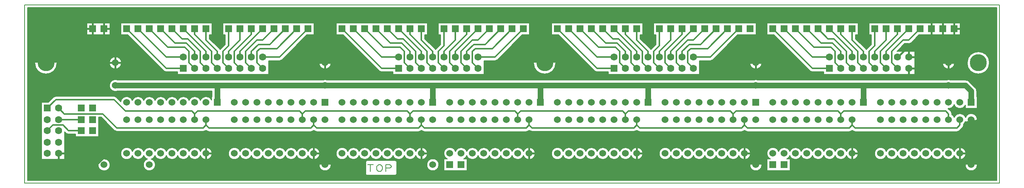
<source format=gbr>
%FSLAX23Y23*%
%MOIN*%
G04 EasyPC Gerber Version 18.0.1 Build 3581 *
%ADD15R,0.06000X0.06000*%
%ADD18R,0.06000X0.06000*%
%ADD13C,0.00500*%
%ADD10C,0.00800*%
%ADD71C,0.01378*%
%ADD14C,0.01500*%
%ADD70C,0.05000*%
%ADD16C,0.06000*%
%ADD17C,0.06299*%
%ADD19C,0.15000*%
X0Y0D02*
D02*
D10*
X3540Y743D02*
Y803D01*
X3515D02*
X3565D01*
X3595Y763D02*
Y783D01*
X3600Y793*
X3605Y798*
X3615Y803*
X3625*
X3635Y798*
X3640Y793*
X3645Y783*
Y763*
X3640Y753*
X3635Y748*
X3625Y743*
X3615*
X3605Y748*
X3600Y753*
X3595Y763*
X3675Y743D02*
Y803D01*
X3710*
X3720Y798*
X3725Y788*
X3720Y778*
X3710Y773*
X3675*
D02*
D13*
X9065Y2190D02*
X515D01*
Y665*
X9065*
Y2190*
X580Y1703D02*
G75*
G02X775I98D01*
G01*
G75*
G02X580I-98*
G01*
X638Y950D02*
Y955D01*
Y1050*
Y1055*
Y1150*
Y1155*
Y1250*
Y1255*
Y1355*
X700*
X744Y1399*
G75*
G02X765Y1408I21J-21*
G01*
X1278*
G75*
G02X1299Y1399J-30*
G01*
X1338Y1359*
G75*
G02X1440Y1369I52J-7*
G01*
G75*
G02X1540I50J-16*
G01*
G75*
G02X1640I50J-16*
G01*
G75*
G02X1740I50J-16*
G01*
G75*
G02X1840I50J-16*
G01*
G75*
G02X1940I50J-16*
G01*
G75*
G02X2040I50J-16*
G01*
G75*
G02X2138Y1375I50J-16*
G01*
Y1405*
X2143*
Y1455*
X1312*
G75*
G02X1238Y1503I-22J48*
G01*
G75*
G02X1312Y1550I53*
G01*
X2177*
G75*
G02X2203I13J-48*
G01*
X3118*
G75*
G02X3162I22J-48*
G01*
X4077*
G75*
G02X4103I13J-48*
G01*
X5027*
G75*
G02X5053I13J-48*
G01*
X5990*
G75*
G02X6015I13J-48*
G01*
X6918*
G75*
G02X6962I22J-48*
G01*
X7877*
G75*
G02X7903I13J-48*
G01*
X8618*
G75*
G02X8662I22J-48*
G01*
X8790*
G75*
G02X8824Y1536J-48*
G01*
X8874Y1486*
G75*
G02X8888Y1453I-34J-34*
G01*
Y1405*
X8893*
Y1300*
X8788*
Y1330*
G75*
G02X8690Y1336I-48J22*
G01*
G75*
G02X8635Y1300I-50J16*
G01*
G75*
G02X8636Y1299I-20J-23*
G01*
X8661Y1274*
G75*
G02X8670Y1252I-21J-21*
G01*
Y1246*
G75*
G02X8690Y1219I-30J-43*
G01*
G75*
G02X8790I50J-16*
G01*
G75*
G02X8893Y1202I50J-16*
G01*
G75*
G02X8790Y1186I-53*
G01*
G75*
G02X8772Y1161I-50J16*
G01*
Y1153*
G75*
G02X8762Y1130I-32*
G01*
X8737Y1105*
G75*
G02X8715Y1096I-22J22*
G01*
X7815*
G75*
G02X7793Y1105J32*
G01*
X7790Y1108*
X7787Y1105*
G75*
G02X7765Y1096I-22J22*
G01*
X6865*
G75*
G02X6843Y1105J32*
G01*
X6840Y1108*
X6837Y1105*
G75*
G02X6815Y1096I-22J22*
G01*
X5915*
G75*
G02X5893Y1105J32*
G01*
X5889Y1109*
X5886Y1106*
G75*
G02X5865Y1098I-21J21*
G01*
X4965*
G75*
G02X4944Y1106J30*
G01*
X4941Y1109*
X4937Y1105*
G75*
G02X4915Y1096I-22J22*
G01*
X4015*
G75*
G02X3993Y1105J32*
G01*
X3990Y1108*
X3987Y1105*
G75*
G02X3965Y1096I-22J22*
G01*
X3065*
G75*
G02X3043Y1105J32*
G01*
X3040Y1108*
X3037Y1105*
G75*
G02X3015Y1096I-22J22*
G01*
X2115*
G75*
G02X2093Y1105J32*
G01*
X2089Y1109*
X2086Y1106*
G75*
G02X2065Y1098I-21J21*
G01*
X1303*
G75*
G02X1281Y1106J30*
G01*
X1165Y1223*
X1143*
Y1155*
Y1150*
Y1050*
X1043*
X1038*
X938*
Y1073*
X877*
G75*
G02X856Y1081J30*
G01*
X843Y1095*
Y1055*
Y1050*
Y955*
Y950*
Y850*
X743*
X738*
X638*
Y950*
X1138Y1950D02*
X1038D01*
Y2055*
X1138*
X1143*
X1242*
Y1950*
X1143*
X1138*
X1190Y750D02*
G75*
G02Y855J53D01*
G01*
G75*
G02Y750J-53*
G01*
X1343Y1703D02*
G75*
G02X1238I-53D01*
G01*
G75*
G02X1343I53*
G01*
X1400Y1950D02*
X1338D01*
Y2055*
X1438*
X1443*
X1538*
X1543*
X1638*
X1643*
X1738*
X1743*
X1838*
X1843*
X1938*
X1942*
X2038*
X2043*
X2143*
Y1950*
X2120*
Y1915*
X2211Y1824*
G75*
G02X2215Y1819I-21J-21*
G01*
G75*
G02X2219Y1824I25J-17*
G01*
X2260Y1865*
Y1950*
X2238*
Y2055*
X2338*
X2342*
X2438*
X2442*
X2538*
X2543*
X2638*
X2643*
X2738*
X2743*
X2838*
X2843*
X2938*
X2943*
X3043*
Y1950*
X2980*
X2761Y1731*
G75*
G02X2740Y1722I-21J21*
G01*
X2643*
Y1705*
Y1700*
Y1600*
X2543*
X2538*
X2442*
X2438*
X2342*
X2338*
X2243*
X2238*
X2143*
X2138*
X2043*
X2038*
X1942*
X1938*
X1838*
Y1623*
X1740*
G75*
G02X1719Y1631J30*
G01*
X1400Y1950*
X1440Y886D02*
G75*
G02X1338Y903I-50J16D01*
G01*
G75*
G02X1440Y919I53*
G01*
G75*
G02X1540I50J-16*
G01*
G75*
G02X1640I50J-16*
G01*
G75*
G02X1740I50J-16*
G01*
G75*
G02X1840I50J-16*
G01*
G75*
G02X1940I50J-16*
G01*
G75*
G02X2040I50J-16*
G01*
G75*
G02X2143Y903I50J-16*
G01*
G75*
G02X2040Y886I-53*
G01*
G75*
G02X1940I-50J16*
G01*
G75*
G02X1840I-50J16*
G01*
G75*
G02X1740I-50J16*
G01*
G75*
G02X1640I-50J16*
G01*
G75*
G02X1606Y853I-50J16*
G01*
G75*
G02X1590Y750I-16J-50*
G01*
G75*
G02X1574Y853J53*
G01*
G75*
G02X1540Y886I16J50*
G01*
G75*
G02X1440I-50J16*
G01*
X2390D02*
G75*
G02X2288Y903I-50J16D01*
G01*
G75*
G02X2390Y919I53*
G01*
G75*
G02X2490I50J-16*
G01*
G75*
G02X2590I50J-16*
G01*
G75*
G02X2690I50J-16*
G01*
G75*
G02X2790I50J-16*
G01*
G75*
G02X2890I50J-16*
G01*
G75*
G02X2990I50J-16*
G01*
G75*
G02X3093Y903I50J-16*
G01*
G75*
G02X2990Y886I-53*
G01*
G75*
G02X2890I-50J16*
G01*
G75*
G02X2790I-50J16*
G01*
G75*
G02X2690I-50J16*
G01*
G75*
G02X2590I-50J16*
G01*
G75*
G02X2490I-50J16*
G01*
G75*
G02X2390I-50J16*
G01*
X3088Y803D02*
G75*
G02X3193I53D01*
G01*
G75*
G02X3088I-53*
G01*
X3193Y1703D02*
G75*
G02X3088I-53D01*
G01*
G75*
G02X3193I53*
G01*
X3300Y1950D02*
X3238D01*
Y2055*
X3338*
X3343*
X3438*
X3443*
X3538*
X3543*
X3638*
X3643*
X3738*
X3743*
X3838*
X3843*
X3938*
X3943*
X4043*
Y1950*
X4020*
Y1915*
X4111Y1824*
G75*
G02X4115Y1819I-21J-21*
G01*
G75*
G02X4119Y1824I25J-17*
G01*
X4160Y1865*
Y1950*
X4138*
Y2055*
X4238*
X4243*
X4338*
X4343*
X4438*
X4443*
X4538*
X4543*
X4638*
X4643*
X4738*
X4743*
X4838*
X4843*
X4943*
Y1950*
X4880*
X4661Y1731*
G75*
G02X4640Y1722I-21J21*
G01*
X4543*
Y1705*
Y1700*
Y1600*
X4443*
X4438*
X4343*
X4338*
X4243*
X4238*
X4143*
X4138*
X4043*
X4038*
X3943*
X3938*
X3843*
X3838*
X3738*
Y1623*
X3640*
G75*
G02X3619Y1631J30*
G01*
X3300Y1950*
X3340Y886D02*
G75*
G02X3238Y903I-50J16D01*
G01*
G75*
G02X3340Y919I53*
G01*
G75*
G02X3440I50J-16*
G01*
G75*
G02X3540I50J-16*
G01*
G75*
G02X3640I50J-16*
G01*
G75*
G02X3740I50J-16*
G01*
G75*
G02X3840I50J-16*
G01*
G75*
G02X3940I50J-16*
G01*
G75*
G02X4043Y903I50J-16*
G01*
G75*
G02X3940Y886I-53*
G01*
G75*
G02X3840I-50J16*
G01*
G75*
G02X3740I-50J16*
G01*
G75*
G02X3640I-50J16*
G01*
G75*
G02X3540I-50J16*
G01*
G75*
G02X3440I-50J16*
G01*
G75*
G02X3340I-50J16*
G01*
X3511Y711D02*
G75*
G02X3499Y724J13D01*
G01*
Y828*
G75*
G02X3511Y840I13*
G01*
X3759*
G75*
G02X3772Y828J-13*
G01*
Y724*
G75*
G02X3759Y711I-13*
G01*
X3511*
X4038Y803D02*
G75*
G02X4143I53D01*
G01*
G75*
G02X4038I-53*
G01*
X4218Y855D02*
G75*
G02X4188Y903I22J48D01*
G01*
G75*
G02X4290Y919I53*
G01*
G75*
G02X4390I50J-16*
G01*
G75*
G02X4490I50J-16*
G01*
G75*
G02X4590I50J-16*
G01*
G75*
G02X4690I50J-16*
G01*
G75*
G02X4790I50J-16*
G01*
G75*
G02X4890I50J-16*
G01*
G75*
G02X4993Y903I50J-16*
G01*
G75*
G02X4890Y886I-53*
G01*
G75*
G02X4790I-50J16*
G01*
G75*
G02X4690I-50J16*
G01*
G75*
G02X4590I-50J16*
G01*
G75*
G02X4490I-50J16*
G01*
G75*
G02X4390I-50J16*
G01*
G75*
G02X4362Y855I-50J16*
G01*
X4393*
Y750*
X4293*
X4288*
X4188*
Y855*
X4218*
X4980Y1703D02*
G75*
G02X5175I98D01*
G01*
G75*
G02X4980I-98*
G01*
X5200Y1950D02*
X5138D01*
Y2055*
X5238*
X5243*
X5338*
X5343*
X5438*
X5443*
X5538*
X5543*
X5638*
X5643*
X5738*
X5743*
X5838*
X5843*
X5943*
Y1950*
X5920*
Y1915*
X6011Y1824*
G75*
G02X6015Y1819I-21J-21*
G01*
G75*
G02X6019Y1824I25J-17*
G01*
X6060Y1865*
Y1950*
X6038*
Y2055*
X6138*
X6143*
X6238*
X6243*
X6338*
X6343*
X6438*
X6443*
X6538*
X6543*
X6638*
X6643*
X6738*
X6743*
X6838*
X6843*
X6943*
Y1950*
X6843*
X6838*
X6780*
X6561Y1731*
G75*
G02X6540Y1722I-21J21*
G01*
X6443*
Y1705*
Y1700*
Y1600*
X6343*
X6338*
X6243*
X6238*
X6143*
X6138*
X6043*
X6038*
X5943*
X5938*
X5843*
X5838*
X5743*
X5738*
X5638*
Y1623*
X5540*
G75*
G02X5519Y1631J30*
G01*
X5200Y1950*
X5240Y886D02*
G75*
G02X5138Y903I-50J16D01*
G01*
G75*
G02X5240Y919I53*
G01*
G75*
G02X5340I50J-16*
G01*
G75*
G02X5440I50J-16*
G01*
G75*
G02X5540I50J-16*
G01*
G75*
G02X5640I50J-16*
G01*
G75*
G02X5740I50J-16*
G01*
G75*
G02X5840I50J-16*
G01*
G75*
G02X5943Y903I50J-16*
G01*
G75*
G02X5840Y886I-53*
G01*
G75*
G02X5740I-50J16*
G01*
G75*
G02X5640I-50J16*
G01*
G75*
G02X5540I-50J16*
G01*
G75*
G02X5440I-50J16*
G01*
G75*
G02X5340I-50J16*
G01*
G75*
G02X5240I-50J16*
G01*
X6190D02*
G75*
G02X6088Y903I-50J16D01*
G01*
G75*
G02X6190Y919I53*
G01*
G75*
G02X6290I50J-16*
G01*
G75*
G02X6390I50J-16*
G01*
G75*
G02X6490I50J-16*
G01*
G75*
G02X6590I50J-16*
G01*
G75*
G02X6690I50J-16*
G01*
G75*
G02X6790I50J-16*
G01*
G75*
G02X6893Y903I50J-16*
G01*
G75*
G02X6790Y886I-53*
G01*
G75*
G02X6690I-50J16*
G01*
G75*
G02X6590I-50J16*
G01*
G75*
G02X6490I-50J16*
G01*
G75*
G02X6390I-50J16*
G01*
G75*
G02X6290I-50J16*
G01*
G75*
G02X6190I-50J16*
G01*
X6888Y803D02*
G75*
G02X6993I53D01*
G01*
G75*
G02X6888I-53*
G01*
X6993Y1703D02*
G75*
G02X6888I-53D01*
G01*
G75*
G02X6993I53*
G01*
X7068Y855D02*
G75*
G02X7038Y903I22J48D01*
G01*
G75*
G02X7140Y919I53*
G01*
G75*
G02X7240I50J-16*
G01*
G75*
G02X7340I50J-16*
G01*
G75*
G02X7440I50J-16*
G01*
G75*
G02X7540I50J-16*
G01*
G75*
G02X7640I50J-16*
G01*
G75*
G02X7740I50J-16*
G01*
G75*
G02X7843Y903I50J-16*
G01*
G75*
G02X7740Y886I-53*
G01*
G75*
G02X7640I-50J16*
G01*
G75*
G02X7540I-50J16*
G01*
G75*
G02X7440I-50J16*
G01*
G75*
G02X7340I-50J16*
G01*
G75*
G02X7240I-50J16*
G01*
G75*
G02X7212Y855I-50J16*
G01*
X7243*
Y750*
X7143*
X7138*
X7038*
Y855*
X7068*
X7100Y1950D02*
X7038D01*
Y2055*
X7138*
X7143*
X7238*
X7243*
X7338*
X7343*
X7438*
X7443*
X7538*
X7543*
X7638*
X7643*
X7738*
X7743*
X7843*
Y1950*
X7820*
Y1915*
X7911Y1824*
G75*
G02X7915Y1819I-21J-21*
G01*
G75*
G02X7919Y1824I25J-17*
G01*
X7960Y1865*
Y1950*
X7938*
Y2055*
X8038*
X8043*
X8138*
X8143*
X8238*
X8243*
X8338*
X8343*
X8438*
X8443*
X8538*
X8543*
X8638*
X8643*
X8743*
Y1950*
X8643*
X8638*
X8543*
X8538*
X8443*
X8438*
X8380*
X8311Y1881*
G75*
G02X8290Y1873I-21J21*
G01*
X8252*
X8185Y1805*
X8238*
X8243*
X8343*
Y1705*
Y1700*
Y1600*
X8243*
X8238*
X8143*
X8138*
X8043*
X8038*
X7943*
X7938*
X7843*
X7838*
X7743*
X7738*
X7643*
X7638*
X7538*
Y1623*
X7440*
G75*
G02X7419Y1631J30*
G01*
X7100Y1950*
X8090Y886D02*
G75*
G02X7988Y903I-50J16D01*
G01*
G75*
G02X8090Y919I53*
G01*
G75*
G02X8190I50J-16*
G01*
G75*
G02X8290I50J-16*
G01*
G75*
G02X8390I50J-16*
G01*
G75*
G02X8490I50J-16*
G01*
G75*
G02X8590I50J-16*
G01*
G75*
G02X8690I50J-16*
G01*
G75*
G02X8793Y903I50J-16*
G01*
G75*
G02X8690Y886I-53*
G01*
G75*
G02X8590I-50J16*
G01*
G75*
G02X8490I-50J16*
G01*
G75*
G02X8390I-50J16*
G01*
G75*
G02X8290I-50J16*
G01*
G75*
G02X8190I-50J16*
G01*
G75*
G02X8090I-50J16*
G01*
X8693Y1703D02*
G75*
G02X8588I-53D01*
G01*
G75*
G02X8693I53*
G01*
X8788Y803D02*
G75*
G02X8893I53D01*
G01*
G75*
G02X8788I-53*
G01*
X8805Y1703D02*
G75*
G02X9000I98D01*
G01*
G75*
G02X8805I-98*
G01*
X515D02*
G36*
Y1202D01*
X638*
Y1355*
X700*
X744Y1399*
G75*
G02X765Y1408I21J-21*
G01*
X1278*
G75*
G02X1299Y1399J-30*
G01*
X1338Y1359*
G75*
G02X1440Y1369I52J-7*
G01*
G75*
G02X1540I50J-16*
G01*
G75*
G02X1640I50J-16*
G01*
G75*
G02X1740I50J-16*
G01*
G75*
G02X1840I50J-16*
G01*
G75*
G02X1940I50J-16*
G01*
G75*
G02X2040I50J-16*
G01*
G75*
G02X2138Y1375I50J-16*
G01*
Y1405*
X2143*
Y1455*
X1312*
G75*
G02X1238Y1503I-22J48*
G01*
G75*
G02X1312Y1550I53*
G01*
X2177*
G75*
G02X2203I13J-48*
G01*
X3118*
G75*
G02X3162I22J-48*
G01*
X4077*
G75*
G02X4103I13J-48*
G01*
X5027*
G75*
G02X5053I13J-48*
G01*
X5990*
G75*
G02X6015I13J-48*
G01*
X6918*
G75*
G02X6962I22J-48*
G01*
X7877*
G75*
G02X7903I13J-48*
G01*
X8618*
G75*
G02X8662I22J-48*
G01*
X8790*
G75*
G02X8824Y1536J-48*
G01*
X8874Y1486*
G75*
G02X8888Y1453I-34J-34*
G01*
Y1405*
X8893*
Y1300*
X8788*
Y1330*
G75*
G02X8690Y1336I-48J22*
G01*
G75*
G02X8635Y1300I-50J16*
G01*
G75*
G02X8636Y1299I-20J-23*
G01*
X8661Y1274*
G75*
G02X8670Y1252I-21J-21*
G01*
Y1246*
G75*
G02X8690Y1219I-30J-43*
G01*
G75*
G02X8790I50J-16*
G01*
G75*
G02X8893Y1202I50J-16*
G01*
X9065*
Y1703*
X9000*
G75*
G02X8805I-98*
G01*
X8693*
G75*
G02X8588I-53*
G01*
X8343*
Y1600*
X7538*
Y1623*
X7440*
G75*
G02X7419Y1631J30*
G01*
X7348Y1703*
X6993*
G75*
G02X6888I-53*
G01*
X6443*
Y1600*
X5638*
Y1623*
X5540*
G75*
G02X5519Y1631J30*
G01*
X5448Y1703*
X5175*
G75*
G02X4980I-98*
G01*
X4543*
Y1600*
X3738*
Y1623*
X3640*
G75*
G02X3619Y1631J30*
G01*
X3548Y1703*
X3193*
G75*
G02X3088I-53*
G01*
X2643*
Y1600*
X1838*
Y1623*
X1740*
G75*
G02X1719Y1631J30*
G01*
X1648Y1703*
X1343*
G75*
G02X1238I-53*
G01*
X775*
G75*
G02X580I-98*
G01*
X515*
G37*
X580D02*
G36*
G75*
G02X775I98D01*
G01*
X1238*
G75*
G02X1343I53*
G01*
X1648*
X1400Y1950*
X1338*
Y2003*
X1242*
Y1950*
X1038*
Y2003*
X515*
Y1703*
X580*
G37*
X3088D02*
G36*
G75*
G02X3193I53D01*
G01*
X3548*
X3300Y1950*
X3238*
Y2003*
X3043*
Y1950*
X2980*
X2761Y1731*
G75*
G02X2740Y1722I-21J21*
G01*
X2643*
Y1703*
X3088*
G37*
X4980D02*
G36*
G75*
G02X5175I98D01*
G01*
X5448*
X5200Y1950*
X5138*
Y2003*
X4943*
Y1950*
X4880*
X4661Y1731*
G75*
G02X4640Y1722I-21J21*
G01*
X4543*
Y1703*
X4980*
G37*
X6888D02*
G36*
G75*
G02X6993I53D01*
G01*
X7348*
X7100Y1950*
X7038*
Y2003*
X6943*
Y1950*
X6780*
X6561Y1731*
G75*
G02X6540Y1722I-21J21*
G01*
X6443*
Y1703*
X6888*
G37*
X8588D02*
G36*
G75*
G02X8693I53D01*
G01*
X8805*
G75*
G02X9000I98*
G01*
X9065*
Y2003*
X8743*
Y1950*
X8380*
X8311Y1881*
G75*
G02X8290Y1873I-21J21*
G01*
X8252*
X8185Y1805*
X8343*
Y1703*
X8588*
G37*
X515Y1202D02*
G36*
Y903D01*
X638*
Y1202*
X515*
G37*
X8893D02*
G36*
G75*
G02X8790Y1186I-53D01*
G01*
G75*
G02X8772Y1161I-50J16*
G01*
Y1153*
G75*
G02X8762Y1130I-32*
G01*
X8737Y1105*
G75*
G02X8715Y1096I-22J22*
G01*
X7815*
G75*
G02X7793Y1105J32*
G01*
X7790Y1108*
X7787Y1105*
G75*
G02X7765Y1096I-22J22*
G01*
X6865*
G75*
G02X6843Y1105J32*
G01*
X6840Y1108*
X6837Y1105*
G75*
G02X6815Y1096I-22J22*
G01*
X5915*
G75*
G02X5893Y1105J32*
G01*
X5889Y1109*
X5886Y1106*
G75*
G02X5865Y1098I-21J21*
G01*
X4965*
G75*
G02X4944Y1106J30*
G01*
X4941Y1109*
X4937Y1105*
G75*
G02X4915Y1096I-22J22*
G01*
X4015*
G75*
G02X3993Y1105J32*
G01*
X3990Y1108*
X3987Y1105*
G75*
G02X3965Y1096I-22J22*
G01*
X3065*
G75*
G02X3043Y1105J32*
G01*
X3040Y1108*
X3037Y1105*
G75*
G02X3015Y1096I-22J22*
G01*
X2115*
G75*
G02X2093Y1105J32*
G01*
X2089Y1109*
X2086Y1106*
G75*
G02X2065Y1098I-21J21*
G01*
X1303*
G75*
G02X1281Y1106J30*
G01*
X1165Y1223*
X1143*
Y1050*
X938*
Y1073*
X877*
G75*
G02X856Y1081J30*
G01*
X843Y1095*
Y903*
X1338*
G75*
G02X1440Y919I53*
G01*
G75*
G02X1540I50J-16*
G01*
G75*
G02X1640I50J-16*
G01*
G75*
G02X1740I50J-16*
G01*
G75*
G02X1840I50J-16*
G01*
G75*
G02X1940I50J-16*
G01*
G75*
G02X2040I50J-16*
G01*
G75*
G02X2143Y903I50J-16*
G01*
X2288*
G75*
G02X2390Y919I53*
G01*
G75*
G02X2490I50J-16*
G01*
G75*
G02X2590I50J-16*
G01*
G75*
G02X2690I50J-16*
G01*
G75*
G02X2790I50J-16*
G01*
G75*
G02X2890I50J-16*
G01*
G75*
G02X2990I50J-16*
G01*
G75*
G02X3093Y903I50J-16*
G01*
X3238*
G75*
G02X3340Y919I53*
G01*
G75*
G02X3440I50J-16*
G01*
G75*
G02X3540I50J-16*
G01*
G75*
G02X3640I50J-16*
G01*
G75*
G02X3740I50J-16*
G01*
G75*
G02X3840I50J-16*
G01*
G75*
G02X3940I50J-16*
G01*
G75*
G02X4043Y903I50J-16*
G01*
X4188*
G75*
G02X4290Y919I53*
G01*
G75*
G02X4390I50J-16*
G01*
G75*
G02X4490I50J-16*
G01*
G75*
G02X4590I50J-16*
G01*
G75*
G02X4690I50J-16*
G01*
G75*
G02X4790I50J-16*
G01*
G75*
G02X4890I50J-16*
G01*
G75*
G02X4993Y903I50J-16*
G01*
X5138*
G75*
G02X5240Y919I53*
G01*
G75*
G02X5340I50J-16*
G01*
G75*
G02X5440I50J-16*
G01*
G75*
G02X5540I50J-16*
G01*
G75*
G02X5640I50J-16*
G01*
G75*
G02X5740I50J-16*
G01*
G75*
G02X5840I50J-16*
G01*
G75*
G02X5943Y903I50J-16*
G01*
X6088*
G75*
G02X6190Y919I53*
G01*
G75*
G02X6290I50J-16*
G01*
G75*
G02X6390I50J-16*
G01*
G75*
G02X6490I50J-16*
G01*
G75*
G02X6590I50J-16*
G01*
G75*
G02X6690I50J-16*
G01*
G75*
G02X6790I50J-16*
G01*
G75*
G02X6893Y903I50J-16*
G01*
X7038*
G75*
G02X7140Y919I53*
G01*
G75*
G02X7240I50J-16*
G01*
G75*
G02X7340I50J-16*
G01*
G75*
G02X7440I50J-16*
G01*
G75*
G02X7540I50J-16*
G01*
G75*
G02X7640I50J-16*
G01*
G75*
G02X7740I50J-16*
G01*
G75*
G02X7843Y903I50J-16*
G01*
X7988*
G75*
G02X8090Y919I53*
G01*
G75*
G02X8190I50J-16*
G01*
G75*
G02X8290I50J-16*
G01*
G75*
G02X8390I50J-16*
G01*
G75*
G02X8490I50J-16*
G01*
G75*
G02X8590I50J-16*
G01*
G75*
G02X8690I50J-16*
G01*
G75*
G02X8793Y903I50J-16*
G01*
X9065*
Y1202*
X8893*
G37*
X1038Y2003D02*
G36*
Y2055D01*
X1242*
Y2003*
X1338*
Y2055*
X2143*
Y1950*
X2120*
Y1915*
X2211Y1824*
G75*
G02X2215Y1819I-21J-21*
G01*
G75*
G02X2219Y1824I25J-17*
G01*
X2260Y1865*
Y1950*
X2238*
Y2055*
X3043*
Y2003*
X3238*
Y2055*
X4043*
Y1950*
X4020*
Y1915*
X4111Y1824*
G75*
G02X4115Y1819I-21J-21*
G01*
G75*
G02X4119Y1824I25J-17*
G01*
X4160Y1865*
Y1950*
X4138*
Y2055*
X4943*
Y2003*
X5138*
Y2055*
X5943*
Y1950*
X5920*
Y1915*
X6011Y1824*
G75*
G02X6015Y1819I-21J-21*
G01*
G75*
G02X6019Y1824I25J-17*
G01*
X6060Y1865*
Y1950*
X6038*
Y2055*
X6943*
Y2003*
X7038*
Y2055*
X7843*
Y1950*
X7820*
Y1915*
X7911Y1824*
G75*
G02X7915Y1819I-21J-21*
G01*
G75*
G02X7919Y1824I25J-17*
G01*
X7960Y1865*
Y1950*
X7938*
Y2055*
X8743*
Y2003*
X9065*
Y2190*
X515*
Y2003*
X1038*
G37*
X515Y803D02*
G36*
Y665D01*
X9065*
Y803*
X8893*
G75*
G02X8788I-53*
G01*
X7243*
Y750*
X7038*
Y803*
X6993*
G75*
G02X6888I-53*
G01*
X4393*
Y750*
X4188*
Y803*
X4143*
G75*
G02X4038I-53*
G01*
X3772*
Y724*
G75*
G02X3759Y711I-13*
G01*
X3511*
G75*
G02X3499Y724J13*
G01*
Y803*
X3193*
G75*
G02X3088I-53*
G01*
X1643*
G75*
G02X1590Y750I-53*
G01*
G75*
G02X1538Y803J53*
G01*
X1242*
G75*
G02X1190Y750I-53*
G01*
G75*
G02X1138Y803J53*
G01*
X515*
G37*
X1138D02*
G36*
G75*
G02X1190Y855I53D01*
G01*
G75*
G02X1242Y803J-53*
G01*
X1538*
G75*
G02X1574Y853I53*
G01*
G75*
G02X1540Y886I16J50*
G01*
G75*
G02X1440I-50J16*
G01*
G75*
G02X1338Y903I-50J16*
G01*
X843*
Y850*
X638*
Y903*
X515*
Y803*
X1138*
G37*
X3088D02*
G36*
G75*
G02X3193I53D01*
G01*
X3499*
Y828*
G75*
G02X3511Y840I13*
G01*
X3759*
G75*
G02X3772Y828J-13*
G01*
Y803*
X4038*
G75*
G02X4143I53*
G01*
X4188*
Y855*
X4218*
G75*
G02X4188Y903I22J48*
G01*
X4043*
G75*
G02X3940Y886I-53*
G01*
G75*
G02X3840I-50J16*
G01*
G75*
G02X3740I-50J16*
G01*
G75*
G02X3640I-50J16*
G01*
G75*
G02X3540I-50J16*
G01*
G75*
G02X3440I-50J16*
G01*
G75*
G02X3340I-50J16*
G01*
G75*
G02X3238Y903I-50J16*
G01*
X3093*
G75*
G02X2990Y886I-53*
G01*
G75*
G02X2890I-50J16*
G01*
G75*
G02X2790I-50J16*
G01*
G75*
G02X2690I-50J16*
G01*
G75*
G02X2590I-50J16*
G01*
G75*
G02X2490I-50J16*
G01*
G75*
G02X2390I-50J16*
G01*
G75*
G02X2288Y903I-50J16*
G01*
X2143*
G75*
G02X2040Y886I-53*
G01*
G75*
G02X1940I-50J16*
G01*
G75*
G02X1840I-50J16*
G01*
G75*
G02X1740I-50J16*
G01*
G75*
G02X1640I-50J16*
G01*
G75*
G02X1606Y853I-50J16*
G01*
G75*
G02X1643Y803I-16J-50*
G01*
X3088*
G37*
X6888D02*
G36*
G75*
G02X6993I53D01*
G01*
X7038*
Y855*
X7068*
G75*
G02X7038Y903I22J48*
G01*
X6893*
G75*
G02X6790Y886I-53*
G01*
G75*
G02X6690I-50J16*
G01*
G75*
G02X6590I-50J16*
G01*
G75*
G02X6490I-50J16*
G01*
G75*
G02X6390I-50J16*
G01*
G75*
G02X6290I-50J16*
G01*
G75*
G02X6190I-50J16*
G01*
G75*
G02X6088Y903I-50J16*
G01*
X5943*
G75*
G02X5840Y886I-53*
G01*
G75*
G02X5740I-50J16*
G01*
G75*
G02X5640I-50J16*
G01*
G75*
G02X5540I-50J16*
G01*
G75*
G02X5440I-50J16*
G01*
G75*
G02X5340I-50J16*
G01*
G75*
G02X5240I-50J16*
G01*
G75*
G02X5138Y903I-50J16*
G01*
X4993*
G75*
G02X4890Y886I-53*
G01*
G75*
G02X4790I-50J16*
G01*
G75*
G02X4690I-50J16*
G01*
G75*
G02X4590I-50J16*
G01*
G75*
G02X4490I-50J16*
G01*
G75*
G02X4390I-50J16*
G01*
G75*
G02X4362Y855I-50J16*
G01*
X4393*
Y803*
X6888*
G37*
X8788D02*
G36*
G75*
G02X8893I53D01*
G01*
X9065*
Y903*
X8793*
G75*
G02X8690Y886I-53*
G01*
G75*
G02X8590I-50J16*
G01*
G75*
G02X8490I-50J16*
G01*
G75*
G02X8390I-50J16*
G01*
G75*
G02X8290I-50J16*
G01*
G75*
G02X8190I-50J16*
G01*
G75*
G02X8090I-50J16*
G01*
G75*
G02X7988Y903I-50J16*
G01*
X7843*
G75*
G02X7740Y886I-53*
G01*
G75*
G02X7640I-50J16*
G01*
G75*
G02X7540I-50J16*
G01*
G75*
G02X7440I-50J16*
G01*
G75*
G02X7340I-50J16*
G01*
G75*
G02X7240I-50J16*
G01*
G75*
G02X7212Y855I-50J16*
G01*
X7243*
Y803*
X8788*
G37*
X9090Y2215D02*
X490D01*
Y640*
X9090*
Y2215*
D02*
D14*
X790Y880D02*
Y845D01*
X813Y903D02*
X848D01*
X1067Y2003D02*
X1033D01*
X1090Y1980D02*
Y1945D01*
Y2025D02*
Y2060D01*
X1190Y1980D02*
Y1945D01*
Y2025D02*
Y2060D01*
X1213Y2003D02*
X1248D01*
X1268Y1703D02*
X1233D01*
X1290Y1680D02*
Y1645D01*
Y1725D02*
Y1760D01*
X1313Y1703D02*
X1348D01*
X2090Y880D02*
Y845D01*
Y925D02*
Y960D01*
X2113Y903D02*
X2148D01*
X3040Y880D02*
Y845D01*
Y925D02*
Y960D01*
X3063Y903D02*
X3098D01*
X3118Y1703D02*
X3083D01*
X3140Y1680D02*
Y1645D01*
Y1725D02*
Y1760D01*
X3163Y1703D02*
X3198D01*
X3990Y880D02*
Y845D01*
Y925D02*
Y960D01*
X4013Y903D02*
X4048D01*
X4940Y880D02*
Y845D01*
Y925D02*
Y960D01*
X4963Y903D02*
X4997D01*
X5890Y880D02*
Y845D01*
Y925D02*
Y960D01*
X5913Y903D02*
X5948D01*
X6840Y880D02*
Y845D01*
Y925D02*
Y960D01*
X6863Y903D02*
X6898D01*
X6918Y1703D02*
X6883D01*
X6940Y1680D02*
Y1645D01*
Y1725D02*
Y1760D01*
X6963Y1703D02*
X6998D01*
X7790Y880D02*
Y845D01*
Y925D02*
Y960D01*
X7813Y903D02*
X7848D01*
X8215Y1777D02*
X8248Y1810D01*
X8290Y1630D02*
Y1595D01*
Y1775D02*
Y1810D01*
X8313Y1653D02*
X8348D01*
X8313Y1753D02*
X8348D01*
X8490Y1980D02*
Y1945D01*
Y2025D02*
Y2060D01*
X8590Y1980D02*
Y1945D01*
Y2025D02*
Y2060D01*
X8618Y1703D02*
X8582D01*
X8640Y1680D02*
Y1645D01*
Y1725D02*
Y1760D01*
X8663Y1703D02*
X8698D01*
X8690Y1980D02*
Y1945D01*
Y2025D02*
Y2060D01*
X8713Y2003D02*
X8748D01*
X8740Y880D02*
Y845D01*
Y925D02*
Y960D01*
X8763Y903D02*
X8798D01*
D02*
D15*
X690Y1303D03*
X990Y1103D03*
Y1202D03*
Y1303D03*
X1090Y1103D03*
Y1202D03*
Y1303D03*
Y2003D03*
X1190D03*
X1390D03*
X1490D03*
X1590D03*
X1690D03*
X1790D03*
X1890Y1653D03*
Y2003D03*
X1990D03*
X2090D03*
X2290D03*
X2390D03*
X2490D03*
X2590D03*
X2690D03*
X2790D03*
X2890D03*
X2990D03*
X3290D03*
X3390D03*
X3490D03*
X3590D03*
X3690D03*
X3790Y1653D03*
Y2003D03*
X3890D03*
X3990D03*
X4190D03*
X4240Y803D03*
X4290Y2003D03*
X4340Y803D03*
X4390Y2003D03*
X4490D03*
X4590D03*
X4690D03*
X4790D03*
X4890D03*
X5190D03*
X5290D03*
X5390D03*
X5490D03*
X5590D03*
X5690Y1653D03*
Y2003D03*
X5790D03*
X5890D03*
X6090D03*
X6190D03*
X6290D03*
X6390D03*
X6490D03*
X6590D03*
X6690D03*
X6790D03*
X6890D03*
X7090Y803D03*
Y2003D03*
X7190Y803D03*
Y2003D03*
X7290D03*
X7390D03*
X7490D03*
X7590Y1653D03*
Y2003D03*
X7690D03*
X7790D03*
X7990D03*
X8090D03*
X8190D03*
X8290D03*
X8390D03*
X8490D03*
X8590D03*
X8690D03*
D02*
D16*
X1190Y803D03*
X1290Y1503D03*
Y1703D03*
X1390Y903D03*
Y1202D03*
Y1353D03*
X1490Y903D03*
Y1202D03*
Y1353D03*
X1590Y803D03*
Y903D03*
Y1202D03*
Y1353D03*
X1690Y903D03*
Y1202D03*
Y1353D03*
X1790Y903D03*
Y1202D03*
Y1353D03*
X1890Y903D03*
Y1202D03*
Y1353D03*
X1990Y903D03*
Y1202D03*
Y1353D03*
X2090Y903D03*
Y1202D03*
Y1353D03*
X2340Y903D03*
Y1202D03*
Y1353D03*
X2440Y903D03*
Y1202D03*
Y1353D03*
X2540Y903D03*
Y1202D03*
Y1353D03*
X2640Y903D03*
Y1202D03*
Y1353D03*
X2740Y903D03*
Y1202D03*
Y1353D03*
X2840Y903D03*
Y1202D03*
Y1353D03*
X2940Y903D03*
Y1202D03*
Y1353D03*
X3040Y903D03*
Y1202D03*
Y1353D03*
X3140Y803D03*
Y1202D03*
Y1503D03*
Y1703D03*
X3290Y903D03*
Y1202D03*
Y1353D03*
X3390Y903D03*
Y1202D03*
Y1353D03*
X3490Y903D03*
Y1202D03*
Y1353D03*
X3590Y903D03*
Y1202D03*
Y1353D03*
X3690Y903D03*
Y1202D03*
Y1353D03*
X3790Y903D03*
Y1202D03*
Y1353D03*
X3890Y903D03*
Y1202D03*
Y1353D03*
X3990Y903D03*
Y1202D03*
Y1353D03*
X4090Y803D03*
Y1202D03*
X4240Y903D03*
Y1202D03*
Y1353D03*
X4340Y903D03*
Y1202D03*
Y1353D03*
X4440Y903D03*
Y1202D03*
Y1353D03*
X4540Y903D03*
Y1202D03*
Y1353D03*
X4640Y903D03*
Y1202D03*
Y1353D03*
X4740Y903D03*
Y1202D03*
Y1353D03*
X4840Y903D03*
Y1202D03*
Y1353D03*
X4940Y903D03*
Y1202D03*
Y1353D03*
X5190Y903D03*
Y1202D03*
Y1353D03*
X5290Y903D03*
Y1202D03*
Y1353D03*
X5390Y903D03*
Y1202D03*
Y1353D03*
X5490Y903D03*
Y1202D03*
Y1353D03*
X5590Y903D03*
Y1202D03*
Y1353D03*
X5690Y903D03*
Y1202D03*
Y1353D03*
X5790Y903D03*
Y1202D03*
Y1353D03*
X5890Y903D03*
Y1202D03*
Y1353D03*
X6140Y903D03*
Y1202D03*
Y1353D03*
X6240Y903D03*
Y1202D03*
Y1353D03*
X6340Y903D03*
Y1202D03*
Y1353D03*
X6440Y903D03*
Y1202D03*
Y1353D03*
X6540Y903D03*
Y1202D03*
Y1353D03*
X6640Y903D03*
Y1202D03*
Y1353D03*
X6740Y903D03*
Y1202D03*
Y1353D03*
X6840Y903D03*
Y1202D03*
Y1353D03*
X6940Y803D03*
Y1202D03*
Y1503D03*
Y1703D03*
X7090Y903D03*
Y1202D03*
Y1353D03*
X7190Y903D03*
Y1202D03*
Y1353D03*
X7290Y903D03*
Y1202D03*
Y1353D03*
X7390Y903D03*
Y1202D03*
Y1353D03*
X7490Y903D03*
Y1202D03*
Y1353D03*
X7590Y903D03*
Y1202D03*
Y1353D03*
X7690Y903D03*
Y1202D03*
Y1353D03*
X7790Y903D03*
Y1202D03*
Y1353D03*
X8040Y903D03*
Y1202D03*
Y1353D03*
X8140Y903D03*
Y1202D03*
Y1353D03*
X8240Y903D03*
Y1202D03*
Y1353D03*
X8340Y903D03*
Y1202D03*
Y1353D03*
X8440Y903D03*
Y1202D03*
Y1353D03*
X8540Y903D03*
Y1202D03*
Y1353D03*
X8640Y903D03*
Y1202D03*
Y1353D03*
Y1503D03*
Y1703D03*
X8740Y903D03*
Y1202D03*
Y1353D03*
X8840Y803D03*
Y1202D03*
D02*
D17*
X690Y903D03*
Y1002D03*
Y1103D03*
Y1202D03*
X790Y903D03*
Y1002D03*
Y1103D03*
Y1202D03*
Y1303D03*
X1890Y1753D03*
X1990Y1653D03*
Y1753D03*
X2090Y1653D03*
Y1753D03*
X2190Y1653D03*
Y1753D03*
X2290Y1653D03*
Y1753D03*
X2390Y1653D03*
Y1753D03*
X2490Y1653D03*
Y1753D03*
X2590Y1653D03*
Y1753D03*
X3790D03*
X3890Y1653D03*
Y1753D03*
X3990Y1653D03*
Y1753D03*
X4090Y1653D03*
Y1753D03*
X4190Y1653D03*
Y1753D03*
X4290Y1653D03*
Y1753D03*
X4390Y1653D03*
Y1753D03*
X4490Y1653D03*
Y1753D03*
X5690D03*
X5790Y1653D03*
Y1753D03*
X5890Y1653D03*
Y1753D03*
X5990Y1653D03*
Y1753D03*
X6090Y1653D03*
Y1753D03*
X6190Y1653D03*
Y1753D03*
X6290Y1653D03*
Y1753D03*
X6390Y1653D03*
Y1753D03*
X7590D03*
X7690Y1653D03*
Y1753D03*
X7790Y1653D03*
Y1753D03*
X7890Y1653D03*
Y1753D03*
X7990Y1653D03*
Y1753D03*
X8090Y1653D03*
Y1753D03*
X8190Y1653D03*
Y1753D03*
X8290Y1653D03*
Y1753D03*
D02*
D18*
X2190Y1353D03*
X3140D03*
X4090D03*
X5040D03*
X5990D03*
X6940D03*
X7890D03*
X8840D03*
D02*
D19*
X678Y1703D03*
X5078D03*
X8903D03*
D02*
D70*
X2190Y1353D02*
Y1503D01*
X1290*
X3140D02*
X2190D01*
X3140D02*
X4090D01*
X5040*
X4090D02*
Y1353D01*
X5040D02*
Y1503D01*
X6003*
X5990*
Y1353*
X6940Y1503D02*
X6003D01*
X7890Y1353D02*
Y1503D01*
X6940*
X8640D02*
X7890D01*
X8840Y1353D02*
Y1453D01*
X8790Y1503*
X8640*
D02*
D71*
X690Y1303D02*
X765Y1378D01*
X1278*
X1378Y1278*
X1965*
X1990Y1252*
X790Y1303D02*
X840Y1252D01*
X1178*
X1303Y1127*
X2065*
X2090Y1153*
Y1202*
X990Y1103D02*
X877D01*
X828Y1153*
X740*
X690Y1103*
X990Y1202D02*
X790D01*
X1490Y2003D02*
X1740Y1753D01*
X1890*
X1590Y2003D02*
X1753Y1840D01*
X1903*
X1940Y1803*
Y1703*
X1990Y1653*
X1690Y2003D02*
X1815Y1878D01*
X1915*
X1990Y1803*
Y1753*
X1790Y2003D02*
X1878Y1915D01*
X1928*
X2040Y1803*
Y1703*
X2090Y1653*
X1890D02*
X1740D01*
X1390Y2003*
X1890D02*
X2090Y1803D01*
Y1753*
X1990Y1202D02*
Y1252D01*
X2015Y1278*
X2915*
X2940Y1252*
Y1202*
X1990Y2003D02*
Y1953D01*
X2140Y1803*
Y1703*
X2190Y1653*
X2090Y2003D02*
Y1903D01*
X2190Y1803*
Y1753*
X2290Y2003D02*
Y1853D01*
X2240Y1803*
Y1703*
X2290Y1653*
X2390Y2003D02*
Y1903D01*
X2290Y1803*
Y1753*
X2490D02*
Y1803D01*
X2553Y1865*
X2653*
X2790Y2003*
X2490D02*
Y1953D01*
X2340Y1803*
Y1703*
X2390Y1653*
X2590D02*
X2540Y1703D01*
Y1803*
X2565Y1828*
X2715*
X2890Y2003*
X2590Y1753D02*
X2740D01*
X2990Y2003*
X2590D02*
X2390Y1803D01*
Y1753*
X2690Y2003D02*
X2590Y1903D01*
X2540*
X2440Y1803*
Y1703*
X2490Y1653*
X2940Y1202D02*
Y1252D01*
X2965Y1278*
X3865*
X3890Y1252*
Y1202*
X3040D02*
Y1153D01*
X3065Y1127*
X3540*
X3965*
X3990Y1153*
Y1202*
X3040D02*
Y1153D01*
X3015Y1127*
X2115*
X2090Y1153*
Y1202*
X3390Y2003D02*
X3640Y1753D01*
X3790*
X3490Y2003D02*
X3653Y1840D01*
X3803*
X3840Y1803*
Y1703*
X3890Y1653*
X3590Y2003D02*
X3715Y1878D01*
X3815*
X3890Y1803*
Y1753*
X3690Y2003D02*
X3778Y1915D01*
X3828*
X3940Y1803*
Y1703*
X3990Y1653*
X3790D02*
X3640D01*
X3290Y2003*
X3790D02*
X3990Y1803D01*
Y1753*
X3890Y1202D02*
Y1252D01*
X3915Y1278*
X4815*
X4840Y1252*
Y1202*
X3890Y2003D02*
Y1953D01*
X4040Y1803*
Y1703*
X4090Y1653*
X3990Y2003D02*
Y1903D01*
X4090Y1803*
Y1753*
X4190Y2003D02*
Y1853D01*
X4140Y1803*
Y1703*
X4190Y1653*
X4290Y2003D02*
Y1903D01*
X4190Y1803*
Y1753*
X4390D02*
Y1803D01*
X4453Y1865*
X4553*
X4690Y2003*
X4390D02*
Y1953D01*
X4240Y1803*
Y1703*
X4290Y1653*
X4490D02*
X4440Y1703D01*
Y1803*
X4465Y1828*
X4615*
X4790Y2003*
X4490Y1753D02*
X4640D01*
X4890Y2003*
X4490D02*
X4290Y1803D01*
Y1753*
X4590Y2003D02*
X4490Y1903D01*
X4440*
X4340Y1803*
Y1703*
X4390Y1653*
X4940Y1202D02*
Y1153D01*
X4915Y1127*
X4015*
X3990Y1153*
Y1202*
X5290Y2003D02*
X5540Y1753D01*
X5690*
X5390Y2003D02*
X5553Y1840D01*
X5703*
X5740Y1803*
Y1703*
X5790Y1653*
X5490Y2003D02*
X5615Y1878D01*
X5715*
X5790Y1803*
Y1753*
X5590Y2003D02*
X5678Y1915D01*
X5728*
X5840Y1803*
Y1703*
X5890Y1653*
X5690D02*
X5540D01*
X5190Y2003*
X5690D02*
X5890Y1803D01*
Y1753*
X5790Y1202D02*
Y1252D01*
X5765Y1278*
X4865*
X4840Y1252*
Y1202*
X5790Y2003D02*
Y1953D01*
X5940Y1803*
Y1703*
X5990Y1653*
X5890Y1202D02*
Y1153D01*
X5865Y1127*
X4965*
X4940Y1153*
Y1202*
X5890Y2003D02*
Y1903D01*
X5990Y1803*
Y1753*
X6090Y2003D02*
Y1853D01*
X6040Y1803*
Y1703*
X6090Y1653*
X6190Y2003D02*
Y1903D01*
X6090Y1803*
Y1753*
X6290D02*
Y1803D01*
X6353Y1865*
X6452*
X6590Y2003*
X6290D02*
Y1953D01*
X6140Y1803*
Y1703*
X6190Y1653*
X6390D02*
X6340Y1703D01*
Y1803*
X6365Y1828*
X6515*
X6690Y2003*
X6390Y1753D02*
X6540D01*
X6790Y2003*
X6390D02*
X6190Y1803D01*
Y1753*
X6490Y2003D02*
X6390Y1903D01*
X6340*
X6240Y1803*
Y1703*
X6290Y1653*
X6740Y1202D02*
Y1252D01*
X6715Y1278*
X5815*
X5790Y1252*
Y1202*
X6740D02*
Y1252D01*
X6765Y1278*
X7665*
X7690Y1252*
Y1202*
X6840D02*
Y1153D01*
X6815Y1127*
X5915*
X5890Y1153*
Y1202*
X7190Y2003D02*
X7440Y1753D01*
X7590*
X7290Y2003D02*
X7452Y1840D01*
X7603*
X7640Y1803*
Y1703*
X7690Y1653*
X7390Y2003D02*
X7515Y1878D01*
X7615*
X7690Y1803*
Y1753*
X7490Y2003D02*
X7577Y1915D01*
X7628*
X7740Y1803*
Y1703*
X7790Y1653*
X7590D02*
X7440D01*
X7090Y2003*
X7590D02*
X7790Y1803D01*
Y1753*
X7690Y1202D02*
Y1252D01*
X7715Y1278*
X8615*
X8640Y1252*
Y1202*
X7690Y2003D02*
Y1953D01*
X7840Y1803*
Y1703*
X7890Y1653*
X7790Y1202D02*
Y1153D01*
X7765Y1127*
X6865*
X6840Y1153*
Y1202*
X7790Y2003D02*
Y1903D01*
X7890Y1803*
Y1753*
X7990Y2003D02*
Y1853D01*
X7940Y1803*
Y1703*
X7990Y1653*
X8090Y2003D02*
Y1903D01*
X7990Y1803*
Y1753*
X8190Y2003D02*
Y1953D01*
X8040Y1803*
Y1703*
X8090Y1653*
X8290Y2003D02*
X8090Y1803D01*
Y1753*
X8390Y2003D02*
X8290Y1903D01*
X8240*
X8140Y1803*
Y1703*
X8190Y1653*
X8740Y1202D02*
Y1153D01*
X8715Y1127*
X7815*
X7790Y1153*
Y1202*
X0Y0D02*
M02*

</source>
